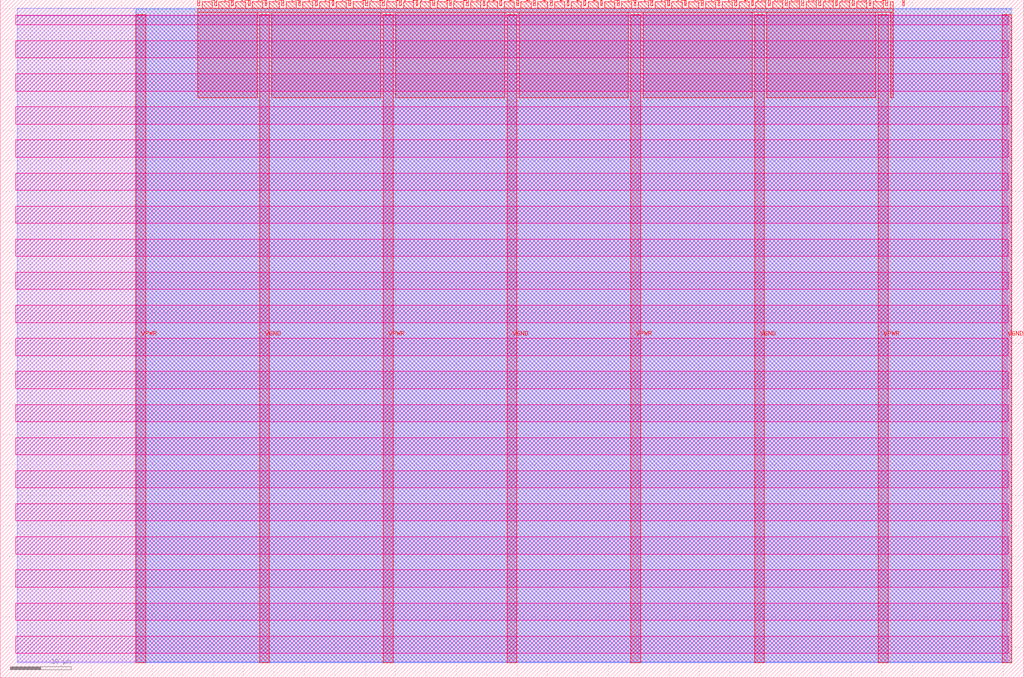
<source format=lef>
VERSION 5.7 ;
  NOWIREEXTENSIONATPIN ON ;
  DIVIDERCHAR "/" ;
  BUSBITCHARS "[]" ;
MACRO tt_um_blink_dup
  CLASS BLOCK ;
  FOREIGN tt_um_blink_dup ;
  ORIGIN 0.000 0.000 ;
  SIZE 168.360 BY 111.520 ;
  PIN VGND
    DIRECTION INOUT ;
    USE GROUND ;
    PORT
      LAYER met4 ;
        RECT 42.670 2.480 44.270 109.040 ;
    END
    PORT
      LAYER met4 ;
        RECT 83.380 2.480 84.980 109.040 ;
    END
    PORT
      LAYER met4 ;
        RECT 124.090 2.480 125.690 109.040 ;
    END
    PORT
      LAYER met4 ;
        RECT 164.800 2.480 166.400 109.040 ;
    END
  END VGND
  PIN VPWR
    DIRECTION INOUT ;
    USE POWER ;
    PORT
      LAYER met4 ;
        RECT 22.315 2.480 23.915 109.040 ;
    END
    PORT
      LAYER met4 ;
        RECT 63.025 2.480 64.625 109.040 ;
    END
    PORT
      LAYER met4 ;
        RECT 103.735 2.480 105.335 109.040 ;
    END
    PORT
      LAYER met4 ;
        RECT 144.445 2.480 146.045 109.040 ;
    END
  END VPWR
  PIN clk
    DIRECTION INPUT ;
    USE SIGNAL ;
    ANTENNAGATEAREA 0.852000 ;
    PORT
      LAYER met4 ;
        RECT 145.670 110.520 145.970 111.520 ;
    END
  END clk
  PIN ena
    DIRECTION INPUT ;
    USE SIGNAL ;
    PORT
      LAYER met4 ;
        RECT 148.430 110.520 148.730 111.520 ;
    END
  END ena
  PIN rst_n
    DIRECTION INPUT ;
    USE SIGNAL ;
    ANTENNAGATEAREA 0.196500 ;
    PORT
      LAYER met4 ;
        RECT 142.910 110.520 143.210 111.520 ;
    END
  END rst_n
  PIN ui_in[0]
    DIRECTION INPUT ;
    USE SIGNAL ;
    ANTENNAGATEAREA 0.196500 ;
    PORT
      LAYER met4 ;
        RECT 140.150 110.520 140.450 111.520 ;
    END
  END ui_in[0]
  PIN ui_in[1]
    DIRECTION INPUT ;
    USE SIGNAL ;
    ANTENNAGATEAREA 0.196500 ;
    PORT
      LAYER met4 ;
        RECT 137.390 110.520 137.690 111.520 ;
    END
  END ui_in[1]
  PIN ui_in[2]
    DIRECTION INPUT ;
    USE SIGNAL ;
    ANTENNAGATEAREA 0.196500 ;
    PORT
      LAYER met4 ;
        RECT 134.630 110.520 134.930 111.520 ;
    END
  END ui_in[2]
  PIN ui_in[3]
    DIRECTION INPUT ;
    USE SIGNAL ;
    ANTENNAGATEAREA 0.196500 ;
    PORT
      LAYER met4 ;
        RECT 131.870 110.520 132.170 111.520 ;
    END
  END ui_in[3]
  PIN ui_in[4]
    DIRECTION INPUT ;
    USE SIGNAL ;
    ANTENNAGATEAREA 0.196500 ;
    PORT
      LAYER met4 ;
        RECT 129.110 110.520 129.410 111.520 ;
    END
  END ui_in[4]
  PIN ui_in[5]
    DIRECTION INPUT ;
    USE SIGNAL ;
    ANTENNAGATEAREA 0.196500 ;
    PORT
      LAYER met4 ;
        RECT 126.350 110.520 126.650 111.520 ;
    END
  END ui_in[5]
  PIN ui_in[6]
    DIRECTION INPUT ;
    USE SIGNAL ;
    ANTENNAGATEAREA 0.196500 ;
    PORT
      LAYER met4 ;
        RECT 123.590 110.520 123.890 111.520 ;
    END
  END ui_in[6]
  PIN ui_in[7]
    DIRECTION INPUT ;
    USE SIGNAL ;
    ANTENNAGATEAREA 0.196500 ;
    PORT
      LAYER met4 ;
        RECT 120.830 110.520 121.130 111.520 ;
    END
  END ui_in[7]
  PIN uio_in[0]
    DIRECTION INPUT ;
    USE SIGNAL ;
    PORT
      LAYER met4 ;
        RECT 118.070 110.520 118.370 111.520 ;
    END
  END uio_in[0]
  PIN uio_in[1]
    DIRECTION INPUT ;
    USE SIGNAL ;
    PORT
      LAYER met4 ;
        RECT 115.310 110.520 115.610 111.520 ;
    END
  END uio_in[1]
  PIN uio_in[2]
    DIRECTION INPUT ;
    USE SIGNAL ;
    PORT
      LAYER met4 ;
        RECT 112.550 110.520 112.850 111.520 ;
    END
  END uio_in[2]
  PIN uio_in[3]
    DIRECTION INPUT ;
    USE SIGNAL ;
    PORT
      LAYER met4 ;
        RECT 109.790 110.520 110.090 111.520 ;
    END
  END uio_in[3]
  PIN uio_in[4]
    DIRECTION INPUT ;
    USE SIGNAL ;
    PORT
      LAYER met4 ;
        RECT 107.030 110.520 107.330 111.520 ;
    END
  END uio_in[4]
  PIN uio_in[5]
    DIRECTION INPUT ;
    USE SIGNAL ;
    PORT
      LAYER met4 ;
        RECT 104.270 110.520 104.570 111.520 ;
    END
  END uio_in[5]
  PIN uio_in[6]
    DIRECTION INPUT ;
    USE SIGNAL ;
    PORT
      LAYER met4 ;
        RECT 101.510 110.520 101.810 111.520 ;
    END
  END uio_in[6]
  PIN uio_in[7]
    DIRECTION INPUT ;
    USE SIGNAL ;
    PORT
      LAYER met4 ;
        RECT 98.750 110.520 99.050 111.520 ;
    END
  END uio_in[7]
  PIN uio_oe[0]
    DIRECTION OUTPUT TRISTATE ;
    USE SIGNAL ;
    PORT
      LAYER met4 ;
        RECT 51.830 110.520 52.130 111.520 ;
    END
  END uio_oe[0]
  PIN uio_oe[1]
    DIRECTION OUTPUT TRISTATE ;
    USE SIGNAL ;
    PORT
      LAYER met4 ;
        RECT 49.070 110.520 49.370 111.520 ;
    END
  END uio_oe[1]
  PIN uio_oe[2]
    DIRECTION OUTPUT TRISTATE ;
    USE SIGNAL ;
    PORT
      LAYER met4 ;
        RECT 46.310 110.520 46.610 111.520 ;
    END
  END uio_oe[2]
  PIN uio_oe[3]
    DIRECTION OUTPUT TRISTATE ;
    USE SIGNAL ;
    PORT
      LAYER met4 ;
        RECT 43.550 110.520 43.850 111.520 ;
    END
  END uio_oe[3]
  PIN uio_oe[4]
    DIRECTION OUTPUT TRISTATE ;
    USE SIGNAL ;
    PORT
      LAYER met4 ;
        RECT 40.790 110.520 41.090 111.520 ;
    END
  END uio_oe[4]
  PIN uio_oe[5]
    DIRECTION OUTPUT TRISTATE ;
    USE SIGNAL ;
    PORT
      LAYER met4 ;
        RECT 38.030 110.520 38.330 111.520 ;
    END
  END uio_oe[5]
  PIN uio_oe[6]
    DIRECTION OUTPUT TRISTATE ;
    USE SIGNAL ;
    PORT
      LAYER met4 ;
        RECT 35.270 110.520 35.570 111.520 ;
    END
  END uio_oe[6]
  PIN uio_oe[7]
    DIRECTION OUTPUT TRISTATE ;
    USE SIGNAL ;
    PORT
      LAYER met4 ;
        RECT 32.510 110.520 32.810 111.520 ;
    END
  END uio_oe[7]
  PIN uio_out[0]
    DIRECTION OUTPUT TRISTATE ;
    USE SIGNAL ;
    ANTENNADIFFAREA 1.075200 ;
    PORT
      LAYER met4 ;
        RECT 73.910 110.520 74.210 111.520 ;
    END
  END uio_out[0]
  PIN uio_out[1]
    DIRECTION OUTPUT TRISTATE ;
    USE SIGNAL ;
    ANTENNADIFFAREA 1.075200 ;
    PORT
      LAYER met4 ;
        RECT 71.150 110.520 71.450 111.520 ;
    END
  END uio_out[1]
  PIN uio_out[2]
    DIRECTION OUTPUT TRISTATE ;
    USE SIGNAL ;
    ANTENNADIFFAREA 1.075200 ;
    PORT
      LAYER met4 ;
        RECT 68.390 110.520 68.690 111.520 ;
    END
  END uio_out[2]
  PIN uio_out[3]
    DIRECTION OUTPUT TRISTATE ;
    USE SIGNAL ;
    ANTENNADIFFAREA 0.445500 ;
    PORT
      LAYER met4 ;
        RECT 65.630 110.520 65.930 111.520 ;
    END
  END uio_out[3]
  PIN uio_out[4]
    DIRECTION OUTPUT TRISTATE ;
    USE SIGNAL ;
    ANTENNADIFFAREA 0.445500 ;
    PORT
      LAYER met4 ;
        RECT 62.870 110.520 63.170 111.520 ;
    END
  END uio_out[4]
  PIN uio_out[5]
    DIRECTION OUTPUT TRISTATE ;
    USE SIGNAL ;
    ANTENNADIFFAREA 0.445500 ;
    PORT
      LAYER met4 ;
        RECT 60.110 110.520 60.410 111.520 ;
    END
  END uio_out[5]
  PIN uio_out[6]
    DIRECTION OUTPUT TRISTATE ;
    USE SIGNAL ;
    ANTENNADIFFAREA 0.445500 ;
    PORT
      LAYER met4 ;
        RECT 57.350 110.520 57.650 111.520 ;
    END
  END uio_out[6]
  PIN uio_out[7]
    DIRECTION OUTPUT TRISTATE ;
    USE SIGNAL ;
    ANTENNADIFFAREA 0.445500 ;
    PORT
      LAYER met4 ;
        RECT 54.590 110.520 54.890 111.520 ;
    END
  END uio_out[7]
  PIN uo_out[0]
    DIRECTION OUTPUT TRISTATE ;
    USE SIGNAL ;
    ANTENNADIFFAREA 0.795200 ;
    PORT
      LAYER met4 ;
        RECT 95.990 110.520 96.290 111.520 ;
    END
  END uo_out[0]
  PIN uo_out[1]
    DIRECTION OUTPUT TRISTATE ;
    USE SIGNAL ;
    ANTENNADIFFAREA 0.795200 ;
    PORT
      LAYER met4 ;
        RECT 93.230 110.520 93.530 111.520 ;
    END
  END uo_out[1]
  PIN uo_out[2]
    DIRECTION OUTPUT TRISTATE ;
    USE SIGNAL ;
    ANTENNADIFFAREA 0.445500 ;
    PORT
      LAYER met4 ;
        RECT 90.470 110.520 90.770 111.520 ;
    END
  END uo_out[2]
  PIN uo_out[3]
    DIRECTION OUTPUT TRISTATE ;
    USE SIGNAL ;
    ANTENNADIFFAREA 0.445500 ;
    PORT
      LAYER met4 ;
        RECT 87.710 110.520 88.010 111.520 ;
    END
  END uo_out[3]
  PIN uo_out[4]
    DIRECTION OUTPUT TRISTATE ;
    USE SIGNAL ;
    ANTENNADIFFAREA 0.445500 ;
    PORT
      LAYER met4 ;
        RECT 84.950 110.520 85.250 111.520 ;
    END
  END uo_out[4]
  PIN uo_out[5]
    DIRECTION OUTPUT TRISTATE ;
    USE SIGNAL ;
    ANTENNADIFFAREA 0.445500 ;
    PORT
      LAYER met4 ;
        RECT 82.190 110.520 82.490 111.520 ;
    END
  END uo_out[5]
  PIN uo_out[6]
    DIRECTION OUTPUT TRISTATE ;
    USE SIGNAL ;
    ANTENNADIFFAREA 0.445500 ;
    PORT
      LAYER met4 ;
        RECT 79.430 110.520 79.730 111.520 ;
    END
  END uo_out[6]
  PIN uo_out[7]
    DIRECTION OUTPUT TRISTATE ;
    USE SIGNAL ;
    ANTENNADIFFAREA 0.445500 ;
    PORT
      LAYER met4 ;
        RECT 76.670 110.520 76.970 111.520 ;
    END
  END uo_out[7]
  OBS
      LAYER nwell ;
        RECT 2.570 107.385 165.790 108.990 ;
        RECT 2.570 101.945 165.790 104.775 ;
        RECT 2.570 96.505 165.790 99.335 ;
        RECT 2.570 91.065 165.790 93.895 ;
        RECT 2.570 85.625 165.790 88.455 ;
        RECT 2.570 80.185 165.790 83.015 ;
        RECT 2.570 74.745 165.790 77.575 ;
        RECT 2.570 69.305 165.790 72.135 ;
        RECT 2.570 63.865 165.790 66.695 ;
        RECT 2.570 58.425 165.790 61.255 ;
        RECT 2.570 52.985 165.790 55.815 ;
        RECT 2.570 47.545 165.790 50.375 ;
        RECT 2.570 42.105 165.790 44.935 ;
        RECT 2.570 36.665 165.790 39.495 ;
        RECT 2.570 31.225 165.790 34.055 ;
        RECT 2.570 25.785 165.790 28.615 ;
        RECT 2.570 20.345 165.790 23.175 ;
        RECT 2.570 14.905 165.790 17.735 ;
        RECT 2.570 9.465 165.790 12.295 ;
        RECT 2.570 4.025 165.790 6.855 ;
      LAYER li1 ;
        RECT 2.760 2.635 165.600 108.885 ;
      LAYER met1 ;
        RECT 2.760 2.480 166.400 110.120 ;
      LAYER met2 ;
        RECT 22.345 2.535 166.370 110.150 ;
      LAYER met3 ;
        RECT 22.325 2.555 166.390 109.985 ;
      LAYER met4 ;
        RECT 33.210 110.120 34.870 111.170 ;
        RECT 35.970 110.120 37.630 111.170 ;
        RECT 38.730 110.120 40.390 111.170 ;
        RECT 41.490 110.120 43.150 111.170 ;
        RECT 44.250 110.120 45.910 111.170 ;
        RECT 47.010 110.120 48.670 111.170 ;
        RECT 49.770 110.120 51.430 111.170 ;
        RECT 52.530 110.120 54.190 111.170 ;
        RECT 55.290 110.120 56.950 111.170 ;
        RECT 58.050 110.120 59.710 111.170 ;
        RECT 60.810 110.120 62.470 111.170 ;
        RECT 63.570 110.120 65.230 111.170 ;
        RECT 66.330 110.120 67.990 111.170 ;
        RECT 69.090 110.120 70.750 111.170 ;
        RECT 71.850 110.120 73.510 111.170 ;
        RECT 74.610 110.120 76.270 111.170 ;
        RECT 77.370 110.120 79.030 111.170 ;
        RECT 80.130 110.120 81.790 111.170 ;
        RECT 82.890 110.120 84.550 111.170 ;
        RECT 85.650 110.120 87.310 111.170 ;
        RECT 88.410 110.120 90.070 111.170 ;
        RECT 91.170 110.120 92.830 111.170 ;
        RECT 93.930 110.120 95.590 111.170 ;
        RECT 96.690 110.120 98.350 111.170 ;
        RECT 99.450 110.120 101.110 111.170 ;
        RECT 102.210 110.120 103.870 111.170 ;
        RECT 104.970 110.120 106.630 111.170 ;
        RECT 107.730 110.120 109.390 111.170 ;
        RECT 110.490 110.120 112.150 111.170 ;
        RECT 113.250 110.120 114.910 111.170 ;
        RECT 116.010 110.120 117.670 111.170 ;
        RECT 118.770 110.120 120.430 111.170 ;
        RECT 121.530 110.120 123.190 111.170 ;
        RECT 124.290 110.120 125.950 111.170 ;
        RECT 127.050 110.120 128.710 111.170 ;
        RECT 129.810 110.120 131.470 111.170 ;
        RECT 132.570 110.120 134.230 111.170 ;
        RECT 135.330 110.120 136.990 111.170 ;
        RECT 138.090 110.120 139.750 111.170 ;
        RECT 140.850 110.120 142.510 111.170 ;
        RECT 143.610 110.120 145.270 111.170 ;
        RECT 146.370 110.120 146.905 111.170 ;
        RECT 32.495 109.440 146.905 110.120 ;
        RECT 32.495 95.375 42.270 109.440 ;
        RECT 44.670 95.375 62.625 109.440 ;
        RECT 65.025 95.375 82.980 109.440 ;
        RECT 85.380 95.375 103.335 109.440 ;
        RECT 105.735 95.375 123.690 109.440 ;
        RECT 126.090 95.375 144.045 109.440 ;
        RECT 146.445 95.375 146.905 109.440 ;
  END
END tt_um_blink_dup
END LIBRARY


</source>
